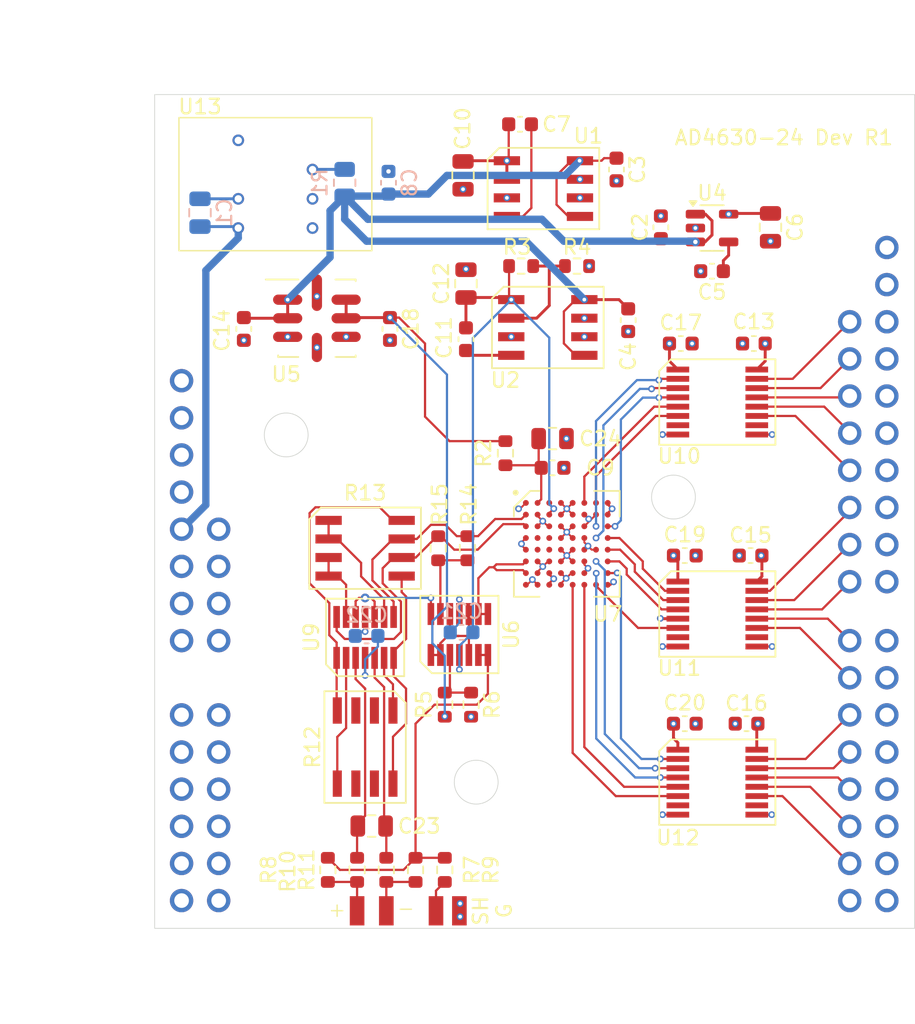
<source format=kicad_pcb>
(kicad_pcb
	(version 20240108)
	(generator "pcbnew")
	(generator_version "8.0")
	(general
		(thickness 1.6)
		(legacy_teardrops no)
	)
	(paper "A4")
	(layers
		(0 "F.Cu" signal)
		(1 "In1.Cu" signal)
		(2 "In2.Cu" signal)
		(31 "B.Cu" signal)
		(32 "B.Adhes" user "B.Adhesive")
		(33 "F.Adhes" user "F.Adhesive")
		(34 "B.Paste" user)
		(35 "F.Paste" user)
		(36 "B.SilkS" user "B.Silkscreen")
		(37 "F.SilkS" user "F.Silkscreen")
		(38 "B.Mask" user)
		(39 "F.Mask" user)
		(40 "Dwgs.User" user "User.Drawings")
		(41 "Cmts.User" user "User.Comments")
		(42 "Eco1.User" user "User.Eco1")
		(43 "Eco2.User" user "User.Eco2")
		(44 "Edge.Cuts" user)
		(45 "Margin" user)
		(46 "B.CrtYd" user "B.Courtyard")
		(47 "F.CrtYd" user "F.Courtyard")
		(48 "B.Fab" user)
		(49 "F.Fab" user)
		(50 "User.1" user)
		(51 "User.2" user)
		(52 "User.3" user)
		(53 "User.4" user)
		(54 "User.5" user)
		(55 "User.6" user)
		(56 "User.7" user)
		(57 "User.8" user)
		(58 "User.9" user)
	)
	(setup
		(stackup
			(layer "F.SilkS"
				(type "Top Silk Screen")
			)
			(layer "F.Paste"
				(type "Top Solder Paste")
			)
			(layer "F.Mask"
				(type "Top Solder Mask")
				(thickness 0.01)
			)
			(layer "F.Cu"
				(type "copper")
				(thickness 0.035)
			)
			(layer "dielectric 1"
				(type "prepreg")
				(thickness 0.1)
				(material "FR4")
				(epsilon_r 4.5)
				(loss_tangent 0.02)
			)
			(layer "In1.Cu"
				(type "copper")
				(thickness 0.035)
			)
			(layer "dielectric 2"
				(type "core")
				(thickness 1.24)
				(material "FR4")
				(epsilon_r 4.5)
				(loss_tangent 0.02)
			)
			(layer "In2.Cu"
				(type "copper")
				(thickness 0.035)
			)
			(layer "dielectric 3"
				(type "prepreg")
				(thickness 0.1)
				(material "FR4")
				(epsilon_r 4.5)
				(loss_tangent 0.02)
			)
			(layer "B.Cu"
				(type "copper")
				(thickness 0.035)
			)
			(layer "B.Mask"
				(type "Bottom Solder Mask")
				(thickness 0.01)
			)
			(layer "B.Paste"
				(type "Bottom Solder Paste")
			)
			(layer "B.SilkS"
				(type "Bottom Silk Screen")
			)
			(copper_finish "None")
			(dielectric_constraints no)
		)
		(pad_to_mask_clearance 0)
		(allow_soldermask_bridges_in_footprints no)
		(pcbplotparams
			(layerselection 0x00010fc_ffffffff)
			(plot_on_all_layers_selection 0x0000000_00000000)
			(disableapertmacros no)
			(usegerberextensions no)
			(usegerberattributes yes)
			(usegerberadvancedattributes yes)
			(creategerberjobfile yes)
			(dashed_line_dash_ratio 12.000000)
			(dashed_line_gap_ratio 3.000000)
			(svgprecision 4)
			(plotframeref no)
			(viasonmask no)
			(mode 1)
			(useauxorigin no)
			(hpglpennumber 1)
			(hpglpenspeed 20)
			(hpglpendiameter 15.000000)
			(pdf_front_fp_property_popups yes)
			(pdf_back_fp_property_popups yes)
			(dxfpolygonmode yes)
			(dxfimperialunits yes)
			(dxfusepcbnewfont yes)
			(psnegative no)
			(psa4output no)
			(plotreference yes)
			(plotvalue yes)
			(plotfptext yes)
			(plotinvisibletext no)
			(sketchpadsonfab no)
			(subtractmaskfromsilk no)
			(outputformat 1)
			(mirror no)
			(drillshape 1)
			(scaleselection 1)
			(outputdirectory "")
		)
	)
	(net 0 "")
	(net 1 "GND")
	(net 2 "V_FPGA")
	(net 3 "AGND")
	(net 4 "Vin")
	(net 5 "9V")
	(net 6 "+3.3V")
	(net 7 "+1.8V")
	(net 8 "Net-(U1-BYP)")
	(net 9 "Net-(U2-BYP)")
	(net 10 "+5.4V")
	(net 11 "VREF")
	(net 12 "Net-(U2-SENSE_ADJ)")
	(net 13 "SD6")
	(net 14 "SD1")
	(net 15 "SD3")
	(net 16 "SD2")
	(net 17 "BUSY")
	(net 18 "nCS")
	(net 19 "SD7")
	(net 20 "SD0")
	(net 21 "SD5")
	(net 22 "CNV")
	(net 23 "SCK")
	(net 24 "nRST")
	(net 25 "SDI")
	(net 26 "SD4")
	(net 27 "unconnected-(U10-EN1-Pad7)")
	(net 28 "unconnected-(U10-EN2-Pad10)")
	(net 29 "unconnected-(U11-EN2-Pad10)")
	(net 30 "unconnected-(U11-EN1-Pad7)")
	(net 31 "unconnected-(U12-EN1-Pad7)")
	(net 32 "unconnected-(U12-EN2-Pad10)")
	(net 33 "Net-(U10-B3)")
	(net 34 "Net-(U10-B2)")
	(net 35 "unconnected-(U8A-XGND-Pad11)")
	(net 36 "Net-(U12-B3)")
	(net 37 "unconnected-(U8A-RST-Pad3)")
	(net 38 "Net-(U11-B3)")
	(net 39 "Net-(U12-B2)")
	(net 40 "unconnected-(U8A-IOREF-Pad2)")
	(net 41 "Net-(U11-B1)")
	(net 42 "Net-(U12-B1)")
	(net 43 "Net-(U12-B4)")
	(net 44 "Net-(U10-B1)")
	(net 45 "unconnected-(U8A-V_P-Pad9)")
	(net 46 "Net-(U11-B2)")
	(net 47 "Net-(U10-B4)")
	(net 48 "Net-(U11-B5)")
	(net 49 "Net-(U10-B5)")
	(net 50 "unconnected-(U8A-V_N-Pad10)")
	(net 51 "unconnected-(U8C-SDA-Pad34)")
	(net 52 "unconnected-(U8C-SCL-Pad33)")
	(net 53 "unconnected-(U8C-G-Pad36)")
	(net 54 "unconnected-(U8C-A_IO42-Pad35)")
	(net 55 "unconnected-(U8C-IO13-Pad37)")
	(net 56 "unconnected-(U8C-IO10-Pad40)")
	(net 57 "Net-(U4-BP)")
	(net 58 "Net-(U6A-+A)")
	(net 59 "Net-(U9A-+A)")
	(net 60 "Net-(P1-Pad1)")
	(net 61 "Net-(P2-Pad1)")
	(net 62 "Net-(P4-Pad1)")
	(net 63 "Net-(U6B--B)")
	(net 64 "Net-(U9A--A)")
	(net 65 "Net-(U9B--B)")
	(net 66 "Net-(U9A-OUTA)")
	(net 67 "Net-(U9C--C)")
	(net 68 "Net-(U9D--D)")
	(net 69 "Net-(U6C--C)")
	(net 70 "VBIAS")
	(net 71 "unconnected-(U7D-REF-PadD3)")
	(net 72 "unconnected-(U7D-REF-PadD2)")
	(net 73 "unconnected-(U7D-REF-PadE2)")
	(net 74 "unconnected-(U7D-REF-PadE3)")
	(net 75 "Net-(U9B-+B)")
	(net 76 "Net-(U9B-OUTB)")
	(net 77 "Net-(U7A-IN0+)")
	(net 78 "Net-(U7A-IN0-)")
	(net 79 "Net-(U6D--D)")
	(net 80 "Net-(U6D-OUTD)")
	(net 81 "unconnected-(U8D-IO5-Pad53)")
	(net 82 "unconnected-(U8D-IO2-Pad56)")
	(net 83 "unconnected-(U8D-IO26-Pad50)")
	(net 84 "unconnected-(U8C-IO8-Pad42)")
	(net 85 "unconnected-(U8D-IO6-Pad52)")
	(net 86 "unconnected-(U8C-IO9-Pad41)")
	(net 87 "unconnected-(U8D-IO7-Pad51)")
	(net 88 "unconnected-(U8D-IO3-Pad55)")
	(net 89 "unconnected-(U8D-IO4-Pad54)")
	(net 90 "unconnected-(U8D-IO0-Pad58)")
	(net 91 "unconnected-(U8D-IO1-Pad57)")
	(net 92 "unconnected-(U8C-IO12-Pad38)")
	(net 93 "unconnected-(U8C-IO11-Pad39)")
	(net 94 "Net-(U12-B5)")
	(net 95 "unconnected-(U8D-IO33-Pad43)")
	(net 96 "unconnected-(U11-B4-Pad12)")
	(net 97 "Net-(U13-V_ISO)")
	(net 98 "unconnected-(U13-ON_OFF-Pad4)")
	(net 99 "Net-(U7D-REFIN)")
	(footprint "tom_footlib:BGA-64_8x8_7.0x7.0mm" (layer "F.Cu") (at 82.2 110.7))
	(footprint "tom_footlib:Pad_1x2" (layer "F.Cu") (at 69.85 135.8))
	(footprint "Capacitor_SMD:C_0603_1608Metric" (layer "F.Cu") (at 79 82))
	(footprint "Resistor_SMD:R_0603_1608Metric" (layer "F.Cu") (at 69.85 133 90))
	(footprint "tom_footlib:SOIC-8" (layer "F.Cu") (at 68.4 111 -90))
	(footprint "tom_footlib:Pad_1x2" (layer "F.Cu") (at 74.85 135.8))
	(footprint "tom_footlib:Pad_1x2" (layer "F.Cu") (at 73.25 135.8))
	(footprint "Capacitor_SMD:C_0603_1608Metric" (layer "F.Cu") (at 75.3 96.7 -90))
	(footprint "Capacitor_SMD:C_0805_2012Metric" (layer "F.Cu") (at 75.3 92.9 90))
	(footprint "tom_footlib:8-CLCC" (layer "F.Cu") (at 65.1 95.27))
	(footprint "Resistor_SMD:R_0603_1608Metric" (layer "F.Cu") (at 78 104.5 -90))
	(footprint "Resistor_SMD:R_0603_1608Metric" (layer "F.Cu") (at 75.4 111 -90))
	(footprint "Resistor_SMD:R_0603_1608Metric" (layer "F.Cu") (at 79.075 91.7 180))
	(footprint "tom_footlib:QSOP-16" (layer "F.Cu") (at 92.5 101 -90))
	(footprint "tom_footlib:SOIC-8" (layer "F.Cu") (at 68.4 124.6 180))
	(footprint "tom_footlib:SOIC-8" (layer "F.Cu") (at 80.6 86.4 -90))
	(footprint "Resistor_SMD:R_0603_1608Metric" (layer "F.Cu") (at 73.85 121.7 90))
	(footprint "Capacitor_SMD:C_0603_1608Metric" (layer "F.Cu") (at 94.775 111.5 180))
	(footprint "Resistor_SMD:R_0603_1608Metric" (layer "F.Cu") (at 67.85 133 90))
	(footprint "Capacitor_SMD:C_0603_1608Metric" (layer "F.Cu") (at 88.6375 89.05 90))
	(footprint "tom_footlib:QSOP-16" (layer "F.Cu") (at 92.5 127 -90))
	(footprint "Resistor_SMD:R_0603_1608Metric" (layer "F.Cu") (at 73.85 133 90))
	(footprint "Package_TO_SOT_SMD:SOT-23-5" (layer "F.Cu") (at 92.1375 89.1))
	(footprint "Capacitor_SMD:C_0805_2012Metric" (layer "F.Cu") (at 68.85 130))
	(footprint "Capacitor_SMD:C_0603_1608Metric" (layer "F.Cu") (at 92.1375 92.05 180))
	(footprint "Capacitor_SMD:C_0805_2012Metric" (layer "F.Cu") (at 96.1375 89.05 -90))
	(footprint "tom_footlib:TDN_1WI" (layer "F.Cu") (at 62.26 86.1 180))
	(footprint "Capacitor_SMD:C_0805_2012Metric" (layer "F.Cu") (at 81.225 103.5))
	(footprint "Capacitor_SMD:C_0603_1608Metric" (layer "F.Cu") (at 81.225 105.5))
	(footprint "tom_footlib:14-TSSOP" (layer "F.Cu") (at 68.4 117.1))
	(footprint "Resistor_SMD:R_0603_1608Metric" (layer "F.Cu") (at 65.85 133 90))
	(footprint "tom_footlib:14-TSSOP" (layer "F.Cu") (at 74.85 116.9))
	(footprint "Capacitor_SMD:C_0603_1608Metric" (layer "F.Cu") (at 90 97))
	(footprint "Capacitor_SMD:C_0603_1608Metric" (layer "F.Cu") (at 86.4 95.4 -90))
	(footprint "Resistor_SMD:R_0603_1608Metric" (layer "F.Cu") (at 75.65 121.7 -90))
	(footprint "tom_footlib:SOIC-8" (layer "F.Cu") (at 80.9 95.9 -90))
	(footprint "tom_footlib:QSOP-16"
		(layer "F.Cu")
		(uuid "b200e189-1c6d-4c6d-95da-dfa8acfe2772")
		(at 92.5 115.5 -90)
		(property "Reference" "U11"
			(at 3.7 2.6 0)
			(unlocked yes)
			(layer "F.SilkS")
			(uuid "35d3f330-9733-4c66-8385-b96f4e91719e")
			(effects
				(font
					(size 1 1)
					(thickness 0.15)
				)
			)
		)
		(property "Value" "Si8652"
			(at 0 0 -90)
			(unlocked yes)
			(layer "F.Fab")
			(uuid "057c6847-83b0-4ce4-a4ed-4264a86ed51b")
			(effects
				(font
					(size 1 1)
					(thickness 0.15)
				)
			)
		)
		(property "Footprint" "tom_footlib:QSOP-16"
			(at 0 0 -90)
			(unlocked yes)
			(layer "F.Fab")
			(hide yes)
			(uuid "598f3f72-432b-435c-bbbd-100db11189bd")
			(effects
				(font
					(size 1.27 1.27)
				)
			)
		)
		(property "Datasheet" ""
			(at 0 0 -90)
			(unlocked yes)
			(layer "F.Fab")
			(hide yes)
			(uuid "967db4c2-eca7-4e6c-ba8d-e4d0dcd74caf")
			(effects
				(font
					(size 1.27 1.27)
				)
			)
		)
		(property "Description" ""
			(at 0 0 -90)
			(unlocked yes)
			(layer "F.Fab")
			(hide yes)
			(uuid "4e54509f-4119-44db-be40-45035309ebe9")
			(effects
				(font
					(size 1.27 1.27)
				)
			)
		)
		(path "/7a690f9c-b9c7-4afa-b971-8f3aaf90342b/487a796f-0af5-4922-8a27-758122b3772e")
		(sheetname "Interface")
		(sheetfile "connectors.kicad_sch")
		(attr smd)
		(fp_line
			(start -2.1225 3.975)
			(end -2.9225 3.175)
			(stroke
				(width 0.12)
				(type default)
			)
			(layer "F.SilkS")
			(uuid "d0c3a2bd-898e-4faf-aaa8-adcc161877ee")
		)
		(fp_line
			(start 2.9225 3.975)
			(end -2.1225 3.975)
			(stroke
				(width 0.12)
				(type default)
			)
			(layer "F.SilkS")
			(uuid "29d4f7b1-1c74-4041-aa34-5ef0a653b200")
		)
		(fp_line
			(start -2.9225 3.175)
			(end -2.9225 -3.975)
			(stroke
				(width 0.12)
				(type default)
			)
			(layer "F.SilkS")
			(uuid "2e2f90b6-22a3-47ba-a83f-db41e9e71235")
		)
		(fp_line
			(start -2.9225 -3.975)
			(end 2.9225 -3.975)
			(stroke
				(width 0.12)
				(type default)
			)
			(layer "F.SilkS")
			(uuid "e642cd46-810c-402d-8b21-ce1c02f2ac29")
		)
		(fp_line
			(start 2.9225 -3.975)
			(end 2.9225 3.975)
			(stroke
				(width 0.12)
				(type default)
			)
			(layer "F.SilkS")
			(uuid "89b2673e-e680-436a-bb67-3ce57f660c46")
		)
		(fp_line
			(start -2.67 3.72)
			(end -2.67 -3.72)
			(stroke
				(width 0.05)
				(type default)
			)
			(layer "F.CrtYd")
			(uuid "c1518b40-153c-41c0-aa2a-bd7dd8031337")
		)
		(fp_line
			(start 2.67 3.72)
			(end -2.67 3.72)
			(stroke
				(width 0.05)
				(type default)
			)
			(layer "F.CrtYd")
			(uuid "2c039eb7-df30-4444-981e-20e5544c038f")
		)
		(fp_line
			(start -2.67 -3.72)
			(end 2.67 -3.72)
			(stroke
				(width 0.05)
				(type default)
			)
			(layer "F.CrtYd")
			(uuid "f712c0b8-e191-4f56-94a5-1b7bdb79af76")
		)
		(fp_line
			(start 2.67 -3.72)
			(end 2.67 3.72)
			(stroke
				(width 0.05)
				(type default)
			)
			(layer "F.CrtYd")
			(uuid "2a8e38a5-5f99-42c1-94bf-b996b1949491")
		)
		(pad "1" smd rect
			(at -2.2225 2.7 270)
			(size 0.4 1.55)
			(layers "F.Cu" "F.Paste" "F.Mask")
			(net 6 "+3.3V")
			(pinfunction "VDD1")
			(pintype "unspecified")
			(thermal_bridge_angle 45)
			(uuid "cebafa1c-bb3d-4f67-a8e2-7b8198699b86")
		)
		(pad "2" smd rect
			(at -1.5875 2.7 270)
			(size 0.4 1.55)
			(layers "F.Cu" "F.Paste" "F.Mask")
			(net 20 "SD0")
			(pinfunction "A1")
			(pintype "unspecified")
			(thermal_bridge_angle 45)
			(uuid "750a1b62-0746-4adf-bbaf-c67d2684cf78")
		)
		(pad "3" smd rect
			(at -0.9525 2.7 270)
			(size 0.4 1.55)
			(layers "F.Cu" "F.Paste" "F.Mask")
			(net 17 "BUSY")
			(pinfunction "A2")
			(pintype "unspecified")
			(thermal_bridge_angle 45)
			(uuid "bf75fcc8-9ca3-4a87-ada0-a57fefa8460c")
		)
		(pad "4" smd rect
			(at -0.3175 2.7 270)
			(size 0.4 1.55)
			(layers "F.Cu" "F.Paste" "F.Mask")
			(net 26 "SD4")
			(pinfunction "A3")
			(pintype "unspecified")
			(thermal_bridge_angle 45)
			(uuid "0db8ae27-2681-47f8-be45-c7b11cf3f37a")
		)
		(pad "5" smd rect
			(at 0.3175 2.7 270)
			(size 0.4 1.55)
			(layers "F.Cu" "F.Paste" "F.Mask")
			(net 3 "AGND")
			(pinfunction "A4")
			(pintype "unspecified")
			(thermal_bridge_angle 45)
			(uuid "d5dd473e-18d8-4532-82b1-fd4e26751b32")
		)
		(pad "6" smd rect
			(at 0.9525 2.7 270)
			(size 0.4 1.55)
			(layers "F.Cu" "F.Paste" "F.Mask")
			(net 23 "SCK")
			(pinfunction "A5")
			(pintype "unspecified")
			(thermal_bridge_angle 45)
			(uuid "7ca95e96-4f0d-4d23-b15d-5a5c0b462956")
		)
		(pad "7" smd rect
			(at 1.5875 2.7 270)
			(size 0.4 1.55)
			(layers "F.Cu" "F.Paste" "F.Mask")
			(net 30 "unconnected-(U11-EN1-Pad7)")
			(pinfunction "EN1")
			(pintype "unspecified")
			(thermal_bridge_angle 45)
			(uuid "6580f256-cea2-438b-8c13-93120a138345")
		)
		(pad "8" smd rect
			(at 2.2225 2.7 270)
			(size 0.4 1.55)
			(layers "F.Cu" "F.Paste" "F.Mask")
			(net 3 "AGND")
			(pinfunction "GND1")
			(pintype "unspecified")
			(thermal_bridge_angle 45)
			(uuid "4f66dfc5-b7e9-4713-a6bd-7c8a3003b5dc")
		)
		(pad "9" smd rect
			(at 2.2225 -2.7 270)
			(size 0.4 1.55)
			(layers "F.Cu" "F.Paste" "F.Mask")
			(net 1 "GND")
			(pinfunction "GND2")
			(pintype "unspecified")
			(thermal_bridge_angle 45)
			(uuid "350a22e8-749e-4d2b-97b4-63b1550dfd05")
		)
		(pad "10" smd rect
			(at 1.5875 -2.7 270)
			(size 0.4 1.55)
			(layers "F.Cu" "F.Paste" "F.Mask")
			(net 29 "unconnected-(U11-EN2-Pad10)")
			(pinfunction "EN2")
			(pintype "unspecified")
			(thermal_bridge_angle 45)
			(uuid "79a2d47f-7959-453f-a20a-8d8c7a7ca3c7")
		)
		(pad "11" smd rect
			(at 0.9525 -2.7 270)
			(size 0.4 1.55)
			(layers "F.Cu" "F.Paste" "F.Mask")
			(net 48 "Net-(U11-B5)")
			(pinfunction "B5")
			(pintype "unspecified")
			(thermal_bridge_angle 45)
			(uuid "690fac83-ad8c-4787-b2da-c55cf3d3472d")
		)
		(pad "12" smd rect
			(at 0.3175 -2.7 270)
			(size 0.4 1.55)
			(layers "F.Cu" "F.Paste" "F.Mask")
			(net 96 "unconnected-(U11-B4-Pad12)")
			(pinfunction "B4")
			(pintype "unspecified")
			(thermal_bridge_angle 45)
			(uuid "a95d80e0-1376-4777-b328-3f5984f7ea97")
		)
		(pad "13" smd rect
			(at -0.3175 -2.7 270)
			(size 0.4 1.55)
			(layers "F.Cu" "F.Paste" "F.Mask")
			(net 38 "Net-(U11-B3)")
			(pinfunction "B3")
			(pintype "unspecified")
			(thermal_bridge_angle 45)
			(uuid "5d031dfe-3aa6-4670-aa1d-d6db65f51c50")
		)
		(pad "14" smd rect
			(at -0.9525 -2.7 270)
			(size 0.4 1.55)
			(layers "F.Cu" "F.Paste" "F.Mask")
			(net 46 "Net-(U11-B2)")
			(pinfunction "B2")
			(pintype "unspecified")
			(thermal_bridge_angle 45)
			(uuid "e6019759-83ac-458d-9513-f9d1628a026b")
		)
		(pad "15" smd rect
			(at -1.5875 -2.7 270)
			(size 0.4 1.55)
			(layers "F.Cu" "F.Paste" "F.Mask")
			(net 41 "Net-(U11-B1)")
			(pinfunction "B1")
			(pintype "unspecified")
			(thermal_bridge_angle 45)
			(uuid "ef9ff2fa-c50d-4c
... [509375 chars truncated]
</source>
